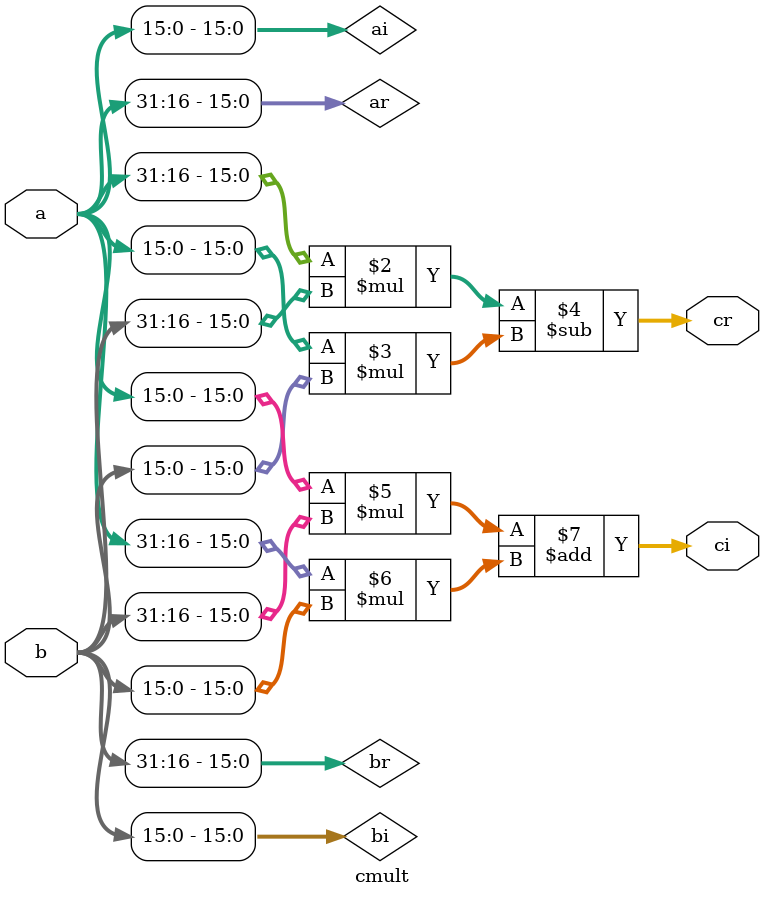
<source format=v>
`timescale 1ns / 1ps


module cmult #(
    parameter DATA_WIDTH = 32
)
(
    input wire [DATA_WIDTH-1:0] a,
    input wire [DATA_WIDTH-1:0] b,
    output reg [DATA_WIDTH-1:0] cr,
    output reg [DATA_WIDTH-1:0] ci
);
    
    wire signed [(DATA_WIDTH/2)-1:0] ar;
    wire signed [(DATA_WIDTH/2)-1:0] ai;
    wire signed [(DATA_WIDTH/2)-1:0] br;
    wire signed [(DATA_WIDTH/2)-1:0] bi;
    
    assign ar = a[DATA_WIDTH-1: 16];
    assign ai = a[(DATA_WIDTH/2)-1:0];   
    assign br = b[DATA_WIDTH-1: 16];
    assign bi = b[(DATA_WIDTH/2)-1:0];
    
    always@(a, b) begin
        cr = ar*br - ai*bi;
        ci = ai*br + ar*bi;
    end
    
endmodule

</source>
